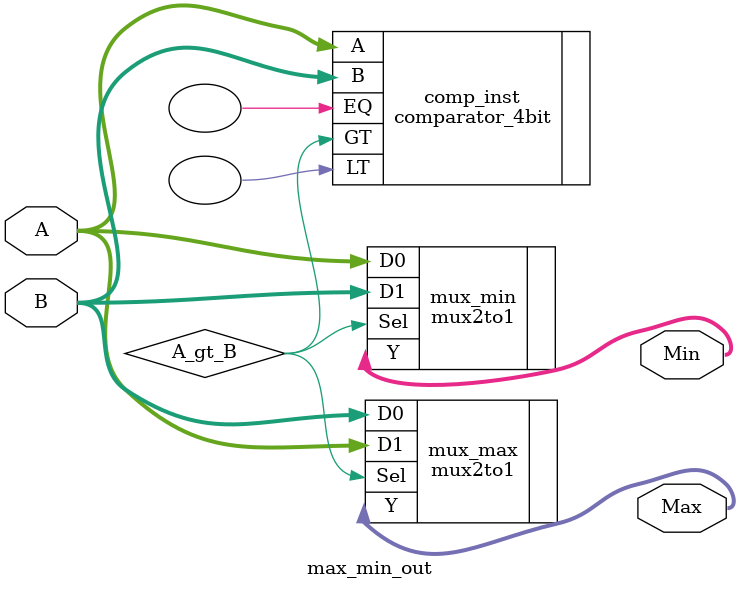
<source format=v>
`timescale 1ns / 1ps

module max_min_out (
    input wire[3:0] A,  // 输入 A
    input wire[3:0] B,  // 输入 B
    output wire[3:0] Max,  // 输出最大值
    output wire[3:0] Min   // 输出最小值
);

    wire A_gt_B;  // A 大于 B

    // 实例化比较器模块
    comparator_4bit comp_inst (
        .A(A),
        .B(B),
        .EQ(),
        .GT(A_gt_B),
        .LT()
    );

    // 实例化数据选择器模块（用于选择最大值）
    mux2to1 mux_max (
        .D0(B),
        .D1(A),
        .Sel(A_gt_B),  // 如果 A >= B，选择 A 作为最大值
        .Y(Max)
    );

    // 实例化数据选择器模块（用于选择最小值）
    mux2to1 mux_min (
        .D0(A),
        .D1(B),
        .Sel(A_gt_B),  // 如果 A >= B，选择 B 作为最小值
        .Y(Min)
    );
endmodule
</source>
